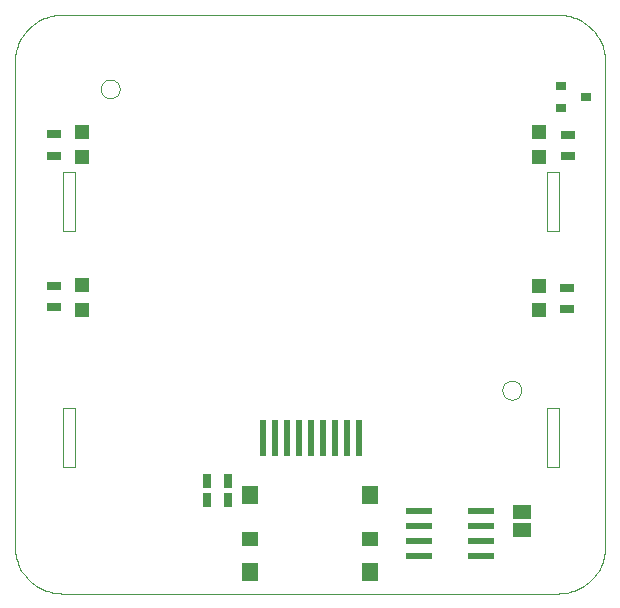
<source format=gtp>
G75*
G70*
%OFA0B0*%
%FSLAX24Y24*%
%IPPOS*%
%LPD*%
%AMOC8*
5,1,8,0,0,1.08239X$1,22.5*
%
%ADD10C,0.0000*%
%ADD11R,0.0870X0.0240*%
%ADD12R,0.0630X0.0460*%
%ADD13R,0.0472X0.0472*%
%ADD14R,0.0472X0.0315*%
%ADD15R,0.0354X0.0315*%
%ADD16R,0.0200X0.1200*%
%ADD17R,0.0551X0.0591*%
%ADD18R,0.0551X0.0512*%
%ADD19R,0.0315X0.0472*%
D10*
X005418Y002075D02*
X005418Y018217D01*
X005420Y018294D01*
X005426Y018371D01*
X005435Y018448D01*
X005448Y018524D01*
X005465Y018600D01*
X005486Y018674D01*
X005510Y018748D01*
X005538Y018820D01*
X005569Y018890D01*
X005604Y018959D01*
X005642Y019027D01*
X005683Y019092D01*
X005728Y019155D01*
X005776Y019216D01*
X005826Y019275D01*
X005879Y019331D01*
X005935Y019384D01*
X005994Y019434D01*
X006055Y019482D01*
X006118Y019527D01*
X006183Y019568D01*
X006251Y019606D01*
X006320Y019641D01*
X006390Y019672D01*
X006462Y019700D01*
X006536Y019724D01*
X006610Y019745D01*
X006686Y019762D01*
X006762Y019775D01*
X006839Y019784D01*
X006916Y019790D01*
X006993Y019792D01*
X006993Y019791D02*
X023528Y019791D01*
X023528Y019792D02*
X023605Y019790D01*
X023682Y019784D01*
X023759Y019775D01*
X023835Y019762D01*
X023911Y019745D01*
X023985Y019724D01*
X024059Y019700D01*
X024131Y019672D01*
X024201Y019641D01*
X024270Y019606D01*
X024338Y019568D01*
X024403Y019527D01*
X024466Y019482D01*
X024527Y019434D01*
X024586Y019384D01*
X024642Y019331D01*
X024695Y019275D01*
X024745Y019216D01*
X024793Y019155D01*
X024838Y019092D01*
X024879Y019027D01*
X024917Y018959D01*
X024952Y018890D01*
X024983Y018820D01*
X025011Y018748D01*
X025035Y018674D01*
X025056Y018600D01*
X025073Y018524D01*
X025086Y018448D01*
X025095Y018371D01*
X025101Y018294D01*
X025103Y018217D01*
X025103Y002075D01*
X025101Y001998D01*
X025095Y001921D01*
X025086Y001844D01*
X025073Y001768D01*
X025056Y001692D01*
X025035Y001618D01*
X025011Y001544D01*
X024983Y001472D01*
X024952Y001402D01*
X024917Y001333D01*
X024879Y001265D01*
X024838Y001200D01*
X024793Y001137D01*
X024745Y001076D01*
X024695Y001017D01*
X024642Y000961D01*
X024586Y000908D01*
X024527Y000858D01*
X024466Y000810D01*
X024403Y000765D01*
X024338Y000724D01*
X024270Y000686D01*
X024201Y000651D01*
X024131Y000620D01*
X024059Y000592D01*
X023985Y000568D01*
X023911Y000547D01*
X023835Y000530D01*
X023759Y000517D01*
X023682Y000508D01*
X023605Y000502D01*
X023528Y000500D01*
X006993Y000500D01*
X006916Y000502D01*
X006839Y000508D01*
X006762Y000517D01*
X006686Y000530D01*
X006610Y000547D01*
X006536Y000568D01*
X006462Y000592D01*
X006390Y000620D01*
X006320Y000651D01*
X006251Y000686D01*
X006183Y000724D01*
X006118Y000765D01*
X006055Y000810D01*
X005994Y000858D01*
X005935Y000908D01*
X005879Y000961D01*
X005826Y001017D01*
X005776Y001076D01*
X005728Y001137D01*
X005683Y001200D01*
X005642Y001265D01*
X005604Y001333D01*
X005569Y001402D01*
X005538Y001472D01*
X005510Y001544D01*
X005486Y001618D01*
X005465Y001692D01*
X005448Y001768D01*
X005435Y001844D01*
X005426Y001921D01*
X005420Y001998D01*
X005418Y002075D01*
X007026Y004720D02*
X007420Y004720D01*
X007420Y006689D01*
X007026Y006689D01*
X007026Y004720D01*
X007026Y012594D02*
X007420Y012594D01*
X007420Y014563D01*
X007026Y014563D01*
X007026Y012594D01*
X008286Y017319D02*
X008288Y017354D01*
X008294Y017389D01*
X008304Y017423D01*
X008317Y017456D01*
X008334Y017487D01*
X008355Y017515D01*
X008378Y017542D01*
X008405Y017565D01*
X008433Y017586D01*
X008464Y017603D01*
X008497Y017616D01*
X008531Y017626D01*
X008566Y017632D01*
X008601Y017634D01*
X008636Y017632D01*
X008671Y017626D01*
X008705Y017616D01*
X008738Y017603D01*
X008769Y017586D01*
X008797Y017565D01*
X008824Y017542D01*
X008847Y017515D01*
X008868Y017487D01*
X008885Y017456D01*
X008898Y017423D01*
X008908Y017389D01*
X008914Y017354D01*
X008916Y017319D01*
X008914Y017284D01*
X008908Y017249D01*
X008898Y017215D01*
X008885Y017182D01*
X008868Y017151D01*
X008847Y017123D01*
X008824Y017096D01*
X008797Y017073D01*
X008769Y017052D01*
X008738Y017035D01*
X008705Y017022D01*
X008671Y017012D01*
X008636Y017006D01*
X008601Y017004D01*
X008566Y017006D01*
X008531Y017012D01*
X008497Y017022D01*
X008464Y017035D01*
X008433Y017052D01*
X008405Y017073D01*
X008378Y017096D01*
X008355Y017123D01*
X008334Y017151D01*
X008317Y017182D01*
X008304Y017215D01*
X008294Y017249D01*
X008288Y017284D01*
X008286Y017319D01*
X021672Y007280D02*
X021674Y007315D01*
X021680Y007350D01*
X021690Y007384D01*
X021703Y007417D01*
X021720Y007448D01*
X021741Y007476D01*
X021764Y007503D01*
X021791Y007526D01*
X021819Y007547D01*
X021850Y007564D01*
X021883Y007577D01*
X021917Y007587D01*
X021952Y007593D01*
X021987Y007595D01*
X022022Y007593D01*
X022057Y007587D01*
X022091Y007577D01*
X022124Y007564D01*
X022155Y007547D01*
X022183Y007526D01*
X022210Y007503D01*
X022233Y007476D01*
X022254Y007448D01*
X022271Y007417D01*
X022284Y007384D01*
X022294Y007350D01*
X022300Y007315D01*
X022302Y007280D01*
X022300Y007245D01*
X022294Y007210D01*
X022284Y007176D01*
X022271Y007143D01*
X022254Y007112D01*
X022233Y007084D01*
X022210Y007057D01*
X022183Y007034D01*
X022155Y007013D01*
X022124Y006996D01*
X022091Y006983D01*
X022057Y006973D01*
X022022Y006967D01*
X021987Y006965D01*
X021952Y006967D01*
X021917Y006973D01*
X021883Y006983D01*
X021850Y006996D01*
X021819Y007013D01*
X021791Y007034D01*
X021764Y007057D01*
X021741Y007084D01*
X021720Y007112D01*
X021703Y007143D01*
X021690Y007176D01*
X021680Y007210D01*
X021674Y007245D01*
X021672Y007280D01*
X023168Y006689D02*
X023168Y004720D01*
X023562Y004720D01*
X023562Y006689D01*
X023168Y006689D01*
X023168Y012594D02*
X023168Y014563D01*
X023562Y014563D01*
X023562Y012594D01*
X023168Y012594D01*
D11*
X020948Y003250D03*
X020948Y002750D03*
X020948Y002250D03*
X020948Y001750D03*
X018888Y001750D03*
X018888Y002250D03*
X018888Y002750D03*
X018888Y003250D03*
D12*
X022335Y003206D03*
X022335Y002606D03*
D13*
X022906Y009935D03*
X022906Y010762D03*
X022900Y015053D03*
X022900Y015880D03*
X007644Y015892D03*
X007644Y015065D03*
X007650Y010774D03*
X007650Y009947D03*
D14*
X006725Y010047D03*
X006725Y010756D03*
X006725Y015098D03*
X006725Y015807D03*
X023843Y015787D03*
X023843Y015079D03*
X023835Y010697D03*
X023835Y009988D03*
D15*
X023623Y016681D03*
X024450Y017055D03*
X023623Y017429D03*
D16*
X016887Y005695D03*
X016487Y005695D03*
X016087Y005695D03*
X015687Y005695D03*
X015287Y005695D03*
X014887Y005695D03*
X014487Y005695D03*
X014087Y005695D03*
X013687Y005695D03*
D17*
X013259Y003780D03*
X013259Y001220D03*
X017274Y001220D03*
X017274Y003780D03*
D18*
X017274Y002323D03*
X013259Y002323D03*
D19*
X012522Y003625D03*
X011814Y003625D03*
X011814Y004250D03*
X012522Y004250D03*
M02*

</source>
